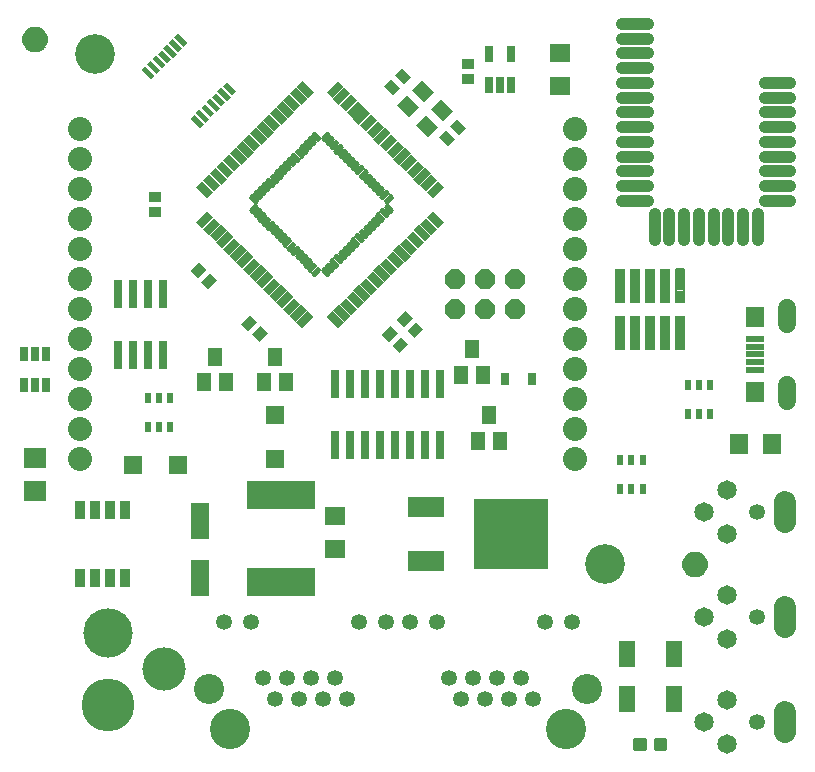
<source format=gts>
G75*
%MOIN*%
%OFA0B0*%
%FSLAX24Y24*%
%IPPOS*%
%LPD*%
%AMOC8*
5,1,8,0,0,1.08239X$1,22.5*
%
%ADD10C,0.1320*%
%ADD11R,0.0454X0.0611*%
%ADD12OC8,0.0660*%
%ADD13C,0.0532*%
%ADD14C,0.1340*%
%ADD15C,0.1005*%
%ADD16C,0.1760*%
%ADD17C,0.1444*%
%ADD18C,0.1641*%
%ADD19C,0.0720*%
%ADD20C,0.0651*%
%ADD21R,0.0355X0.0611*%
%ADD22R,0.1241X0.0690*%
%ADD23R,0.2501X0.2343*%
%ADD24R,0.0690X0.0611*%
%ADD25R,0.0296X0.0926*%
%ADD26R,0.0414X0.0336*%
%ADD27R,0.0611X0.1241*%
%ADD28R,0.0336X0.0414*%
%ADD29R,0.0280X0.0530*%
%ADD30R,0.0530X0.0280*%
%ADD31R,0.0572X0.0473*%
%ADD32R,0.0591X0.0217*%
%ADD33R,0.0611X0.0690*%
%ADD34C,0.0591*%
%ADD35R,0.0611X0.0611*%
%ADD36R,0.2260X0.0960*%
%ADD37R,0.0180X0.0450*%
%ADD38C,0.0395*%
%ADD39R,0.0277X0.0532*%
%ADD40C,0.0070*%
%ADD41R,0.0351X0.1162*%
%ADD42C,0.0136*%
%ADD43C,0.0800*%
%ADD44R,0.0237X0.0336*%
%ADD45R,0.0296X0.0493*%
%ADD46R,0.0770X0.0690*%
%ADD47C,0.0089*%
%ADD48R,0.0308X0.0387*%
%ADD49C,0.0050*%
%ADD50R,0.0560X0.0887*%
D10*
X020160Y007825D03*
X003160Y024825D03*
D11*
X007160Y014758D03*
X006786Y013892D03*
X007534Y013892D03*
X008786Y013892D03*
X009534Y013892D03*
X009160Y014758D03*
X015348Y014142D03*
X016097Y014142D03*
X015723Y015008D03*
X016285Y012821D03*
X015911Y011954D03*
X016659Y011954D03*
D12*
X016160Y016325D03*
X015160Y016325D03*
X015160Y017325D03*
X016160Y017325D03*
X017160Y017325D03*
X017160Y016325D03*
D13*
X025215Y009575D03*
X025215Y006075D03*
X025215Y002575D03*
X019062Y005923D03*
X018160Y005923D03*
X017357Y004026D03*
X016558Y004026D03*
X015758Y004026D03*
X014959Y004026D03*
X015361Y003325D03*
X016160Y003325D03*
X016959Y003325D03*
X017758Y003325D03*
X014562Y005923D03*
X013660Y005923D03*
X012861Y005923D03*
X011959Y005923D03*
X011156Y004026D03*
X010357Y004026D03*
X009558Y004026D03*
X008758Y004026D03*
X009160Y003325D03*
X009959Y003325D03*
X010758Y003325D03*
X011558Y003325D03*
X008361Y005923D03*
X007459Y005923D03*
D14*
X007660Y002325D03*
X018861Y002325D03*
D15*
X019560Y003675D03*
X006961Y003675D03*
D16*
X003598Y003157D03*
D17*
X005448Y004358D03*
D18*
X003598Y005539D03*
D19*
X026160Y005745D02*
X026160Y006405D01*
X026160Y009245D02*
X026160Y009905D01*
X026160Y002905D02*
X026160Y002245D01*
D20*
X024231Y001847D03*
X023443Y002575D03*
X024231Y003303D03*
X024231Y005347D03*
X023443Y006075D03*
X024231Y006803D03*
X024231Y008847D03*
X023443Y009575D03*
X024231Y010303D03*
D21*
X004160Y009654D03*
X003660Y009654D03*
X003160Y009654D03*
X002660Y009654D03*
X002660Y007371D03*
X003160Y007371D03*
X003660Y007371D03*
X004160Y007371D03*
D22*
X014182Y007925D03*
X014182Y009725D03*
D23*
X017008Y008825D03*
D24*
X011160Y008336D03*
X011160Y009439D03*
X018660Y023774D03*
X018660Y024876D03*
D25*
X014660Y013849D03*
X014160Y013849D03*
X013660Y013849D03*
X013160Y013849D03*
X012660Y013849D03*
X012160Y013849D03*
X011660Y013849D03*
X011160Y013849D03*
X011160Y011801D03*
X011660Y011801D03*
X012160Y011801D03*
X012660Y011801D03*
X013160Y011801D03*
X013660Y011801D03*
X014160Y011801D03*
X014660Y011801D03*
X005410Y014801D03*
X004910Y014801D03*
X004410Y014801D03*
X003910Y014801D03*
X003910Y016849D03*
X004410Y016849D03*
X004910Y016849D03*
X005410Y016849D03*
D26*
X005160Y019569D03*
X005160Y020081D03*
X015598Y024001D03*
X015598Y024513D03*
D27*
X006660Y009270D03*
X006660Y007380D03*
D28*
G36*
X013368Y015409D02*
X013606Y015171D01*
X013314Y014879D01*
X013076Y015117D01*
X013368Y015409D01*
G37*
G36*
X013006Y015771D02*
X013244Y015533D01*
X012952Y015241D01*
X012714Y015479D01*
X013006Y015771D01*
G37*
G36*
X013506Y016271D02*
X013744Y016033D01*
X013452Y015741D01*
X013214Y015979D01*
X013506Y016271D01*
G37*
G36*
X013868Y015909D02*
X014106Y015671D01*
X013814Y015379D01*
X013576Y015617D01*
X013868Y015909D01*
G37*
G36*
X008680Y015784D02*
X008918Y015546D01*
X008626Y015254D01*
X008388Y015492D01*
X008680Y015784D01*
G37*
G36*
X008319Y016146D02*
X008557Y015908D01*
X008265Y015616D01*
X008027Y015854D01*
X008319Y016146D01*
G37*
G36*
X006993Y017534D02*
X007231Y017296D01*
X006939Y017004D01*
X006701Y017242D01*
X006993Y017534D01*
G37*
G36*
X006631Y017896D02*
X006869Y017658D01*
X006577Y017366D01*
X006339Y017604D01*
X006631Y017896D01*
G37*
G36*
X013332Y023705D02*
X013094Y023467D01*
X012802Y023759D01*
X013040Y023997D01*
X013332Y023705D01*
G37*
G36*
X013694Y024067D02*
X013456Y023829D01*
X013164Y024121D01*
X013402Y024359D01*
X013694Y024067D01*
G37*
G36*
X014988Y022423D02*
X015226Y022661D01*
X015518Y022369D01*
X015280Y022131D01*
X014988Y022423D01*
G37*
G36*
X014626Y022061D02*
X014864Y022299D01*
X015156Y022007D01*
X014918Y021769D01*
X014626Y022061D01*
G37*
D29*
G36*
X013699Y021503D02*
X013897Y021305D01*
X013523Y020931D01*
X013325Y021129D01*
X013699Y021503D01*
G37*
G36*
X013476Y021726D02*
X013674Y021528D01*
X013300Y021154D01*
X013102Y021352D01*
X013476Y021726D01*
G37*
G36*
X013253Y021948D02*
X013451Y021750D01*
X013077Y021376D01*
X012879Y021574D01*
X013253Y021948D01*
G37*
G36*
X013031Y022171D02*
X013229Y021973D01*
X012855Y021599D01*
X012657Y021797D01*
X013031Y022171D01*
G37*
G36*
X012808Y022394D02*
X013006Y022196D01*
X012632Y021822D01*
X012434Y022020D01*
X012808Y022394D01*
G37*
G36*
X012585Y022616D02*
X012783Y022418D01*
X012409Y022044D01*
X012211Y022242D01*
X012585Y022616D01*
G37*
G36*
X012363Y022839D02*
X012561Y022641D01*
X012187Y022267D01*
X011989Y022465D01*
X012363Y022839D01*
G37*
G36*
X012140Y023062D02*
X012338Y022864D01*
X011964Y022490D01*
X011766Y022688D01*
X012140Y023062D01*
G37*
G36*
X011917Y023285D02*
X012115Y023087D01*
X011741Y022713D01*
X011543Y022911D01*
X011917Y023285D01*
G37*
G36*
X011695Y023507D02*
X011893Y023309D01*
X011519Y022935D01*
X011321Y023133D01*
X011695Y023507D01*
G37*
G36*
X011472Y023730D02*
X011670Y023532D01*
X011296Y023158D01*
X011098Y023356D01*
X011472Y023730D01*
G37*
G36*
X011249Y023953D02*
X011447Y023755D01*
X011073Y023381D01*
X010875Y023579D01*
X011249Y023953D01*
G37*
G36*
X013922Y021280D02*
X014120Y021082D01*
X013746Y020708D01*
X013548Y020906D01*
X013922Y021280D01*
G37*
G36*
X014144Y021058D02*
X014342Y020860D01*
X013968Y020486D01*
X013770Y020684D01*
X014144Y021058D01*
G37*
G36*
X014367Y020835D02*
X014565Y020637D01*
X014191Y020263D01*
X013993Y020461D01*
X014367Y020835D01*
G37*
G36*
X014590Y020612D02*
X014788Y020414D01*
X014414Y020040D01*
X014216Y020238D01*
X014590Y020612D01*
G37*
G36*
X010247Y016269D02*
X010445Y016071D01*
X010071Y015697D01*
X009873Y015895D01*
X010247Y016269D01*
G37*
G36*
X010024Y016492D02*
X010222Y016294D01*
X009848Y015920D01*
X009650Y016118D01*
X010024Y016492D01*
G37*
G36*
X009801Y016715D02*
X009999Y016517D01*
X009625Y016143D01*
X009427Y016341D01*
X009801Y016715D01*
G37*
G36*
X009579Y016937D02*
X009777Y016739D01*
X009403Y016365D01*
X009205Y016563D01*
X009579Y016937D01*
G37*
G36*
X009356Y017160D02*
X009554Y016962D01*
X009180Y016588D01*
X008982Y016786D01*
X009356Y017160D01*
G37*
G36*
X009133Y017383D02*
X009331Y017185D01*
X008957Y016811D01*
X008759Y017009D01*
X009133Y017383D01*
G37*
G36*
X008911Y017606D02*
X009109Y017408D01*
X008735Y017034D01*
X008537Y017232D01*
X008911Y017606D01*
G37*
G36*
X008688Y017828D02*
X008886Y017630D01*
X008512Y017256D01*
X008314Y017454D01*
X008688Y017828D01*
G37*
G36*
X008465Y018051D02*
X008663Y017853D01*
X008289Y017479D01*
X008091Y017677D01*
X008465Y018051D01*
G37*
G36*
X008243Y018274D02*
X008441Y018076D01*
X008067Y017702D01*
X007869Y017900D01*
X008243Y018274D01*
G37*
G36*
X008020Y018496D02*
X008218Y018298D01*
X007844Y017924D01*
X007646Y018122D01*
X008020Y018496D01*
G37*
G36*
X007797Y018719D02*
X007995Y018521D01*
X007621Y018147D01*
X007423Y018345D01*
X007797Y018719D01*
G37*
G36*
X007574Y018942D02*
X007772Y018744D01*
X007398Y018370D01*
X007200Y018568D01*
X007574Y018942D01*
G37*
G36*
X007352Y019164D02*
X007550Y018966D01*
X007176Y018592D01*
X006978Y018790D01*
X007352Y019164D01*
G37*
G36*
X007129Y019387D02*
X007327Y019189D01*
X006953Y018815D01*
X006755Y019013D01*
X007129Y019387D01*
G37*
G36*
X006906Y019610D02*
X007104Y019412D01*
X006730Y019038D01*
X006532Y019236D01*
X006906Y019610D01*
G37*
D30*
G36*
X006730Y020612D02*
X007104Y020238D01*
X006906Y020040D01*
X006532Y020414D01*
X006730Y020612D01*
G37*
G36*
X006953Y020835D02*
X007327Y020461D01*
X007129Y020263D01*
X006755Y020637D01*
X006953Y020835D01*
G37*
G36*
X007176Y021058D02*
X007550Y020684D01*
X007352Y020486D01*
X006978Y020860D01*
X007176Y021058D01*
G37*
G36*
X007398Y021280D02*
X007772Y020906D01*
X007574Y020708D01*
X007200Y021082D01*
X007398Y021280D01*
G37*
G36*
X007621Y021503D02*
X007995Y021129D01*
X007797Y020931D01*
X007423Y021305D01*
X007621Y021503D01*
G37*
G36*
X007844Y021726D02*
X008218Y021352D01*
X008020Y021154D01*
X007646Y021528D01*
X007844Y021726D01*
G37*
G36*
X008067Y021948D02*
X008441Y021574D01*
X008243Y021376D01*
X007869Y021750D01*
X008067Y021948D01*
G37*
G36*
X008289Y022171D02*
X008663Y021797D01*
X008465Y021599D01*
X008091Y021973D01*
X008289Y022171D01*
G37*
G36*
X008512Y022394D02*
X008886Y022020D01*
X008688Y021822D01*
X008314Y022196D01*
X008512Y022394D01*
G37*
G36*
X008735Y022616D02*
X009109Y022242D01*
X008911Y022044D01*
X008537Y022418D01*
X008735Y022616D01*
G37*
G36*
X008957Y022839D02*
X009331Y022465D01*
X009133Y022267D01*
X008759Y022641D01*
X008957Y022839D01*
G37*
G36*
X009180Y023062D02*
X009554Y022688D01*
X009356Y022490D01*
X008982Y022864D01*
X009180Y023062D01*
G37*
G36*
X009403Y023285D02*
X009777Y022911D01*
X009579Y022713D01*
X009205Y023087D01*
X009403Y023285D01*
G37*
G36*
X009625Y023507D02*
X009999Y023133D01*
X009801Y022935D01*
X009427Y023309D01*
X009625Y023507D01*
G37*
G36*
X009848Y023730D02*
X010222Y023356D01*
X010024Y023158D01*
X009650Y023532D01*
X009848Y023730D01*
G37*
G36*
X010071Y023953D02*
X010445Y023579D01*
X010247Y023381D01*
X009873Y023755D01*
X010071Y023953D01*
G37*
G36*
X014414Y019610D02*
X014788Y019236D01*
X014590Y019038D01*
X014216Y019412D01*
X014414Y019610D01*
G37*
G36*
X014191Y019387D02*
X014565Y019013D01*
X014367Y018815D01*
X013993Y019189D01*
X014191Y019387D01*
G37*
G36*
X013968Y019164D02*
X014342Y018790D01*
X014144Y018592D01*
X013770Y018966D01*
X013968Y019164D01*
G37*
G36*
X013746Y018942D02*
X014120Y018568D01*
X013922Y018370D01*
X013548Y018744D01*
X013746Y018942D01*
G37*
G36*
X013523Y018719D02*
X013897Y018345D01*
X013699Y018147D01*
X013325Y018521D01*
X013523Y018719D01*
G37*
G36*
X013300Y018496D02*
X013674Y018122D01*
X013476Y017924D01*
X013102Y018298D01*
X013300Y018496D01*
G37*
G36*
X013077Y018274D02*
X013451Y017900D01*
X013253Y017702D01*
X012879Y018076D01*
X013077Y018274D01*
G37*
G36*
X012855Y018051D02*
X013229Y017677D01*
X013031Y017479D01*
X012657Y017853D01*
X012855Y018051D01*
G37*
G36*
X012632Y017828D02*
X013006Y017454D01*
X012808Y017256D01*
X012434Y017630D01*
X012632Y017828D01*
G37*
G36*
X012409Y017606D02*
X012783Y017232D01*
X012585Y017034D01*
X012211Y017408D01*
X012409Y017606D01*
G37*
G36*
X012187Y017383D02*
X012561Y017009D01*
X012363Y016811D01*
X011989Y017185D01*
X012187Y017383D01*
G37*
G36*
X011964Y017160D02*
X012338Y016786D01*
X012140Y016588D01*
X011766Y016962D01*
X011964Y017160D01*
G37*
G36*
X011741Y016937D02*
X012115Y016563D01*
X011917Y016365D01*
X011543Y016739D01*
X011741Y016937D01*
G37*
G36*
X011519Y016715D02*
X011893Y016341D01*
X011695Y016143D01*
X011321Y016517D01*
X011519Y016715D01*
G37*
G36*
X011296Y016492D02*
X011670Y016118D01*
X011472Y015920D01*
X011098Y016294D01*
X011296Y016492D01*
G37*
G36*
X011073Y016269D02*
X011447Y015895D01*
X011249Y015697D01*
X010875Y016071D01*
X011073Y016269D01*
G37*
D31*
G36*
X014188Y022823D02*
X014592Y022419D01*
X014258Y022085D01*
X013854Y022489D01*
X014188Y022823D01*
G37*
G36*
X014703Y023338D02*
X015107Y022934D01*
X014773Y022600D01*
X014369Y023004D01*
X014703Y023338D01*
G37*
G36*
X014062Y023979D02*
X014466Y023575D01*
X014132Y023241D01*
X013728Y023645D01*
X014062Y023979D01*
G37*
G36*
X013547Y023464D02*
X013951Y023060D01*
X013617Y022726D01*
X013213Y023130D01*
X013547Y023464D01*
G37*
D32*
X025160Y015337D03*
X025160Y015081D03*
X025160Y014825D03*
X025160Y014569D03*
X025160Y014313D03*
D33*
X025160Y013565D03*
X024609Y011825D03*
X025711Y011825D03*
X025160Y016085D03*
D34*
X026213Y015858D02*
X026213Y016390D01*
X026213Y013792D02*
X026213Y013260D01*
D35*
X009160Y012823D03*
X009160Y011327D03*
X005908Y011138D03*
X004412Y011138D03*
D36*
X009348Y010150D03*
X009348Y007250D03*
D37*
G36*
X006332Y022690D02*
X006459Y022817D01*
X006776Y022500D01*
X006649Y022373D01*
X006332Y022690D01*
G37*
G36*
X006513Y022871D02*
X006640Y022998D01*
X006957Y022681D01*
X006830Y022554D01*
X006513Y022871D01*
G37*
G36*
X006694Y023052D02*
X006821Y023179D01*
X007138Y022862D01*
X007011Y022735D01*
X006694Y023052D01*
G37*
G36*
X006875Y023233D02*
X007002Y023360D01*
X007319Y023043D01*
X007192Y022916D01*
X006875Y023233D01*
G37*
G36*
X007056Y023414D02*
X007183Y023541D01*
X007500Y023224D01*
X007373Y023097D01*
X007056Y023414D01*
G37*
G36*
X007237Y023595D02*
X007364Y023722D01*
X007681Y023405D01*
X007554Y023278D01*
X007237Y023595D01*
G37*
G36*
X007418Y023776D02*
X007545Y023903D01*
X007862Y023586D01*
X007735Y023459D01*
X007418Y023776D01*
G37*
G36*
X005794Y025400D02*
X005921Y025527D01*
X006238Y025210D01*
X006111Y025083D01*
X005794Y025400D01*
G37*
G36*
X005613Y025219D02*
X005740Y025346D01*
X006057Y025029D01*
X005930Y024902D01*
X005613Y025219D01*
G37*
G36*
X005432Y025038D02*
X005559Y025165D01*
X005876Y024848D01*
X005749Y024721D01*
X005432Y025038D01*
G37*
G36*
X005251Y024857D02*
X005378Y024984D01*
X005695Y024667D01*
X005568Y024540D01*
X005251Y024857D01*
G37*
G36*
X005070Y024676D02*
X005197Y024803D01*
X005514Y024486D01*
X005387Y024359D01*
X005070Y024676D01*
G37*
G36*
X004889Y024495D02*
X005016Y024622D01*
X005333Y024305D01*
X005206Y024178D01*
X004889Y024495D01*
G37*
G36*
X004708Y024314D02*
X004835Y024441D01*
X005152Y024124D01*
X005025Y023997D01*
X004708Y024314D01*
G37*
D38*
X020740Y024370D02*
X021586Y024370D01*
X020740Y024370D02*
X020740Y024370D01*
X021586Y024370D01*
X021586Y024370D01*
X021586Y024862D02*
X020740Y024862D01*
X020740Y024862D01*
X021586Y024862D01*
X021586Y024862D01*
X021586Y025354D02*
X020740Y025354D01*
X020740Y025354D01*
X021586Y025354D01*
X021586Y025354D01*
X021586Y025846D02*
X020740Y025846D01*
X020740Y025846D01*
X021586Y025846D01*
X021586Y025846D01*
X021586Y023878D02*
X020740Y023878D01*
X020740Y023878D01*
X021586Y023878D01*
X021586Y023878D01*
X021586Y023386D02*
X020740Y023386D01*
X020740Y023386D01*
X021586Y023386D01*
X021586Y023386D01*
X021586Y022893D02*
X020740Y022893D01*
X020740Y022893D01*
X021586Y022893D01*
X021586Y022893D01*
X021586Y022401D02*
X020740Y022401D01*
X020740Y022401D01*
X021586Y022401D01*
X021586Y022401D01*
X021586Y021909D02*
X020740Y021909D01*
X020740Y021909D01*
X021586Y021909D01*
X021586Y021909D01*
X021586Y021417D02*
X020740Y021417D01*
X020740Y021417D01*
X021586Y021417D01*
X021586Y021417D01*
X021586Y020925D02*
X020740Y020925D01*
X020740Y020925D01*
X021586Y020925D01*
X021586Y020925D01*
X021586Y020433D02*
X020740Y020433D01*
X020740Y020433D01*
X021586Y020433D01*
X021586Y020433D01*
X021586Y019941D02*
X020740Y019941D01*
X020740Y019941D01*
X021586Y019941D01*
X021586Y019941D01*
X021813Y019498D02*
X021813Y018652D01*
X021813Y018652D01*
X021813Y019498D01*
X021813Y019498D01*
X021813Y019046D02*
X021813Y019046D01*
X021813Y019440D02*
X021813Y019440D01*
X022305Y019498D02*
X022305Y018652D01*
X022305Y018652D01*
X022305Y019498D01*
X022305Y019498D01*
X022305Y019046D02*
X022305Y019046D01*
X022305Y019440D02*
X022305Y019440D01*
X022797Y019498D02*
X022797Y018652D01*
X022797Y018652D01*
X022797Y019498D01*
X022797Y019498D01*
X022797Y019046D02*
X022797Y019046D01*
X022797Y019440D02*
X022797Y019440D01*
X023289Y019498D02*
X023289Y018652D01*
X023289Y018652D01*
X023289Y019498D01*
X023289Y019498D01*
X023289Y019046D02*
X023289Y019046D01*
X023289Y019440D02*
X023289Y019440D01*
X023781Y019498D02*
X023781Y018652D01*
X023781Y018652D01*
X023781Y019498D01*
X023781Y019498D01*
X023781Y019046D02*
X023781Y019046D01*
X023781Y019440D02*
X023781Y019440D01*
X024273Y019498D02*
X024273Y018652D01*
X024273Y018652D01*
X024273Y019498D01*
X024273Y019498D01*
X024273Y019046D02*
X024273Y019046D01*
X024273Y019440D02*
X024273Y019440D01*
X024765Y019498D02*
X024765Y018652D01*
X024765Y018652D01*
X024765Y019498D01*
X024765Y019498D01*
X024765Y019046D02*
X024765Y019046D01*
X024765Y019440D02*
X024765Y019440D01*
X025257Y019498D02*
X025257Y018652D01*
X025257Y018652D01*
X025257Y019498D01*
X025257Y019498D01*
X025257Y019046D02*
X025257Y019046D01*
X025257Y019440D02*
X025257Y019440D01*
X025484Y019941D02*
X026330Y019941D01*
X026330Y019941D01*
X025484Y019941D01*
X025484Y019941D01*
X025484Y020433D02*
X026330Y020433D01*
X026330Y020433D01*
X025484Y020433D01*
X025484Y020433D01*
X025484Y020925D02*
X026330Y020925D01*
X026330Y020925D01*
X025484Y020925D01*
X025484Y020925D01*
X025484Y021417D02*
X026330Y021417D01*
X026330Y021417D01*
X025484Y021417D01*
X025484Y021417D01*
X025484Y021909D02*
X026330Y021909D01*
X026330Y021909D01*
X025484Y021909D01*
X025484Y021909D01*
X025484Y022401D02*
X026330Y022401D01*
X026330Y022401D01*
X025484Y022401D01*
X025484Y022401D01*
X025484Y022893D02*
X026330Y022893D01*
X026330Y022893D01*
X025484Y022893D01*
X025484Y022893D01*
X025484Y023386D02*
X026330Y023386D01*
X026330Y023386D01*
X025484Y023386D01*
X025484Y023386D01*
X025484Y023878D02*
X026330Y023878D01*
X026330Y023878D01*
X025484Y023878D01*
X025484Y023878D01*
D39*
X017034Y023813D03*
X016660Y023813D03*
X016286Y023813D03*
X016286Y024837D03*
X017034Y024837D03*
D40*
X022520Y017670D02*
X022520Y016578D01*
X022520Y017670D02*
X022800Y017670D01*
X022800Y016578D01*
X022520Y016578D01*
X022520Y016647D02*
X022800Y016647D01*
X022800Y016716D02*
X022520Y016716D01*
X022520Y016785D02*
X022800Y016785D01*
X022800Y016854D02*
X022520Y016854D01*
X022520Y016923D02*
X022800Y016923D01*
X022800Y016992D02*
X022520Y016992D01*
X022520Y017061D02*
X022800Y017061D01*
X022800Y017130D02*
X022520Y017130D01*
X022520Y017199D02*
X022800Y017199D01*
X022800Y017268D02*
X022520Y017268D01*
X022520Y017337D02*
X022800Y017337D01*
X022800Y017406D02*
X022520Y017406D01*
X022520Y017475D02*
X022800Y017475D01*
X022800Y017544D02*
X022520Y017544D01*
X022520Y017613D02*
X022800Y017613D01*
D41*
X022160Y017124D03*
X021660Y017124D03*
X021160Y017124D03*
X020660Y017124D03*
X020660Y015526D03*
X021160Y015526D03*
X021660Y015526D03*
X022160Y015526D03*
X022660Y015526D03*
D42*
X021846Y001984D02*
X021846Y001666D01*
X021846Y001984D02*
X022164Y001984D01*
X022164Y001666D01*
X021846Y001666D01*
X021846Y001801D02*
X022164Y001801D01*
X022164Y001936D02*
X021846Y001936D01*
X021156Y001984D02*
X021156Y001666D01*
X021156Y001984D02*
X021474Y001984D01*
X021474Y001666D01*
X021156Y001666D01*
X021156Y001801D02*
X021474Y001801D01*
X021474Y001936D02*
X021156Y001936D01*
D43*
X019160Y011325D03*
X019160Y012325D03*
X019160Y013325D03*
X019160Y014325D03*
X019160Y015325D03*
X019160Y016325D03*
X019160Y017325D03*
X019160Y018325D03*
X019160Y019325D03*
X019160Y020325D03*
X019160Y021325D03*
X019160Y022325D03*
X002660Y022325D03*
X002660Y021325D03*
X002660Y020325D03*
X002660Y019325D03*
X002660Y018325D03*
X002660Y017325D03*
X002660Y016325D03*
X002660Y015325D03*
X002660Y014325D03*
X002660Y013325D03*
X002660Y012325D03*
X002660Y011325D03*
D44*
X004911Y012415D03*
X005285Y012415D03*
X005659Y012415D03*
X005659Y013360D03*
X005285Y013360D03*
X004911Y013360D03*
X020661Y011297D03*
X021035Y011297D03*
X021409Y011297D03*
X021409Y010353D03*
X021035Y010353D03*
X020661Y010353D03*
X022911Y012853D03*
X023285Y012853D03*
X023659Y012853D03*
X023659Y013797D03*
X023285Y013797D03*
X022911Y013797D03*
D45*
X001534Y013794D03*
X001160Y013794D03*
X000786Y013794D03*
X000786Y014856D03*
X001160Y014856D03*
X001534Y014856D03*
D46*
X001160Y011385D03*
X001160Y010265D03*
D47*
X009741Y018553D02*
X009805Y018489D01*
X009631Y018315D01*
X009567Y018379D01*
X009741Y018553D01*
X009719Y018403D02*
X009591Y018403D01*
X009679Y018491D02*
X009803Y018491D01*
X009880Y018413D02*
X009944Y018349D01*
X009770Y018175D01*
X009706Y018239D01*
X009880Y018413D01*
X009858Y018263D02*
X009730Y018263D01*
X009818Y018351D02*
X009942Y018351D01*
X010020Y018274D02*
X010084Y018210D01*
X009910Y018036D01*
X009846Y018100D01*
X010020Y018274D01*
X009998Y018124D02*
X009870Y018124D01*
X009958Y018212D02*
X010082Y018212D01*
X010159Y018135D02*
X010223Y018071D01*
X010049Y017897D01*
X009985Y017961D01*
X010159Y018135D01*
X010137Y017985D02*
X010009Y017985D01*
X010097Y018073D02*
X010221Y018073D01*
X010298Y017996D02*
X010362Y017932D01*
X010188Y017758D01*
X010124Y017822D01*
X010298Y017996D01*
X010276Y017846D02*
X010148Y017846D01*
X010236Y017934D02*
X010360Y017934D01*
X010437Y017857D02*
X010501Y017793D01*
X010327Y017619D01*
X010263Y017683D01*
X010437Y017857D01*
X010415Y017707D02*
X010287Y017707D01*
X010375Y017795D02*
X010499Y017795D01*
X010576Y017717D02*
X010640Y017653D01*
X010466Y017479D01*
X010402Y017543D01*
X010576Y017717D01*
X010554Y017567D02*
X010426Y017567D01*
X010514Y017655D02*
X010638Y017655D01*
X010787Y017717D02*
X010961Y017543D01*
X010897Y017479D01*
X010723Y017653D01*
X010787Y017717D01*
X010809Y017567D02*
X010937Y017567D01*
X010849Y017655D02*
X010725Y017655D01*
X010926Y017857D02*
X011100Y017683D01*
X011036Y017619D01*
X010862Y017793D01*
X010926Y017857D01*
X010948Y017707D02*
X011076Y017707D01*
X010988Y017795D02*
X010864Y017795D01*
X011065Y017996D02*
X011239Y017822D01*
X011175Y017758D01*
X011001Y017932D01*
X011065Y017996D01*
X011087Y017846D02*
X011215Y017846D01*
X011127Y017934D02*
X011003Y017934D01*
X011204Y018135D02*
X011378Y017961D01*
X011314Y017897D01*
X011140Y018071D01*
X011204Y018135D01*
X011226Y017985D02*
X011354Y017985D01*
X011266Y018073D02*
X011142Y018073D01*
X011343Y018274D02*
X011517Y018100D01*
X011453Y018036D01*
X011279Y018210D01*
X011343Y018274D01*
X011365Y018124D02*
X011493Y018124D01*
X011405Y018212D02*
X011281Y018212D01*
X011482Y018413D02*
X011656Y018239D01*
X011592Y018175D01*
X011418Y018349D01*
X011482Y018413D01*
X011504Y018263D02*
X011632Y018263D01*
X011544Y018351D02*
X011420Y018351D01*
X011622Y018553D02*
X011796Y018379D01*
X011732Y018315D01*
X011558Y018489D01*
X011622Y018553D01*
X011644Y018403D02*
X011772Y018403D01*
X011684Y018491D02*
X011560Y018491D01*
X011761Y018692D02*
X011935Y018518D01*
X011871Y018454D01*
X011697Y018628D01*
X011761Y018692D01*
X011783Y018542D02*
X011911Y018542D01*
X011823Y018630D02*
X011699Y018630D01*
X011900Y018831D02*
X012074Y018657D01*
X012010Y018593D01*
X011836Y018767D01*
X011900Y018831D01*
X011922Y018681D02*
X012050Y018681D01*
X011962Y018769D02*
X011838Y018769D01*
X012039Y018970D02*
X012213Y018796D01*
X012149Y018732D01*
X011975Y018906D01*
X012039Y018970D01*
X012061Y018820D02*
X012189Y018820D01*
X012101Y018908D02*
X011977Y018908D01*
X012178Y019109D02*
X012352Y018935D01*
X012288Y018871D01*
X012114Y019045D01*
X012178Y019109D01*
X012200Y018959D02*
X012328Y018959D01*
X012240Y019047D02*
X012116Y019047D01*
X012318Y019249D02*
X012492Y019075D01*
X012428Y019011D01*
X012254Y019185D01*
X012318Y019249D01*
X012340Y019099D02*
X012468Y019099D01*
X012380Y019187D02*
X012256Y019187D01*
X012457Y019388D02*
X012631Y019214D01*
X012567Y019150D01*
X012393Y019324D01*
X012457Y019388D01*
X012479Y019238D02*
X012607Y019238D01*
X012519Y019326D02*
X012395Y019326D01*
X012596Y019527D02*
X012770Y019353D01*
X012706Y019289D01*
X012532Y019463D01*
X012596Y019527D01*
X012618Y019377D02*
X012746Y019377D01*
X012658Y019465D02*
X012534Y019465D01*
X012735Y019666D02*
X012909Y019492D01*
X012845Y019428D01*
X012671Y019602D01*
X012735Y019666D01*
X012757Y019516D02*
X012885Y019516D01*
X012797Y019604D02*
X012673Y019604D01*
X012874Y019805D02*
X013048Y019631D01*
X012984Y019567D01*
X012810Y019741D01*
X012874Y019805D01*
X012896Y019655D02*
X013024Y019655D01*
X012936Y019743D02*
X012812Y019743D01*
X013048Y020062D02*
X012984Y020126D01*
X013048Y020062D02*
X012874Y019888D01*
X012810Y019952D01*
X012984Y020126D01*
X012962Y019976D02*
X012834Y019976D01*
X012922Y020064D02*
X013046Y020064D01*
X012909Y020201D02*
X012845Y020265D01*
X012909Y020201D02*
X012735Y020027D01*
X012671Y020091D01*
X012845Y020265D01*
X012823Y020115D02*
X012695Y020115D01*
X012783Y020203D02*
X012907Y020203D01*
X012770Y020340D02*
X012706Y020404D01*
X012770Y020340D02*
X012596Y020166D01*
X012532Y020230D01*
X012706Y020404D01*
X012684Y020254D02*
X012556Y020254D01*
X012644Y020342D02*
X012768Y020342D01*
X012631Y020479D02*
X012567Y020543D01*
X012631Y020479D02*
X012457Y020305D01*
X012393Y020369D01*
X012567Y020543D01*
X012545Y020393D02*
X012417Y020393D01*
X012505Y020481D02*
X012629Y020481D01*
X012492Y020618D02*
X012428Y020682D01*
X012492Y020618D02*
X012318Y020444D01*
X012254Y020508D01*
X012428Y020682D01*
X012406Y020532D02*
X012278Y020532D01*
X012366Y020620D02*
X012490Y020620D01*
X012352Y020757D02*
X012288Y020821D01*
X012352Y020757D02*
X012178Y020583D01*
X012114Y020647D01*
X012288Y020821D01*
X012266Y020671D02*
X012138Y020671D01*
X012226Y020759D02*
X012350Y020759D01*
X012213Y020897D02*
X012149Y020961D01*
X012213Y020897D02*
X012039Y020723D01*
X011975Y020787D01*
X012149Y020961D01*
X012127Y020811D02*
X011999Y020811D01*
X012087Y020899D02*
X012211Y020899D01*
X012074Y021036D02*
X012010Y021100D01*
X012074Y021036D02*
X011900Y020862D01*
X011836Y020926D01*
X012010Y021100D01*
X011988Y020950D02*
X011860Y020950D01*
X011948Y021038D02*
X012072Y021038D01*
X011935Y021175D02*
X011871Y021239D01*
X011935Y021175D02*
X011761Y021001D01*
X011697Y021065D01*
X011871Y021239D01*
X011849Y021089D02*
X011721Y021089D01*
X011809Y021177D02*
X011933Y021177D01*
X011796Y021314D02*
X011732Y021378D01*
X011796Y021314D02*
X011622Y021140D01*
X011558Y021204D01*
X011732Y021378D01*
X011710Y021228D02*
X011582Y021228D01*
X011670Y021316D02*
X011794Y021316D01*
X011656Y021453D02*
X011592Y021517D01*
X011656Y021453D02*
X011482Y021279D01*
X011418Y021343D01*
X011592Y021517D01*
X011570Y021367D02*
X011442Y021367D01*
X011530Y021455D02*
X011654Y021455D01*
X011517Y021593D02*
X011453Y021657D01*
X011517Y021593D02*
X011343Y021419D01*
X011279Y021483D01*
X011453Y021657D01*
X011431Y021507D02*
X011303Y021507D01*
X011391Y021595D02*
X011515Y021595D01*
X011378Y021732D02*
X011314Y021796D01*
X011378Y021732D02*
X011204Y021558D01*
X011140Y021622D01*
X011314Y021796D01*
X011292Y021646D02*
X011164Y021646D01*
X011252Y021734D02*
X011376Y021734D01*
X011239Y021871D02*
X011175Y021935D01*
X011239Y021871D02*
X011065Y021697D01*
X011001Y021761D01*
X011175Y021935D01*
X011153Y021785D02*
X011025Y021785D01*
X011113Y021873D02*
X011237Y021873D01*
X011100Y022010D02*
X011036Y022074D01*
X011100Y022010D02*
X010926Y021836D01*
X010862Y021900D01*
X011036Y022074D01*
X011014Y021924D02*
X010886Y021924D01*
X010974Y022012D02*
X011098Y022012D01*
X010961Y022149D02*
X010897Y022213D01*
X010961Y022149D02*
X010787Y021975D01*
X010723Y022039D01*
X010897Y022213D01*
X010875Y022063D02*
X010747Y022063D01*
X010835Y022151D02*
X010959Y022151D01*
X010640Y022039D02*
X010466Y022213D01*
X010640Y022039D02*
X010576Y021975D01*
X010402Y022149D01*
X010466Y022213D01*
X010488Y022063D02*
X010616Y022063D01*
X010528Y022151D02*
X010404Y022151D01*
X010327Y022074D02*
X010501Y021900D01*
X010437Y021836D01*
X010263Y022010D01*
X010327Y022074D01*
X010349Y021924D02*
X010477Y021924D01*
X010389Y022012D02*
X010265Y022012D01*
X010188Y021935D02*
X010362Y021761D01*
X010298Y021697D01*
X010124Y021871D01*
X010188Y021935D01*
X010210Y021785D02*
X010338Y021785D01*
X010250Y021873D02*
X010126Y021873D01*
X010049Y021796D02*
X010223Y021622D01*
X010159Y021558D01*
X009985Y021732D01*
X010049Y021796D01*
X010071Y021646D02*
X010199Y021646D01*
X010111Y021734D02*
X009987Y021734D01*
X009910Y021657D02*
X010084Y021483D01*
X010020Y021419D01*
X009846Y021593D01*
X009910Y021657D01*
X009932Y021507D02*
X010060Y021507D01*
X009972Y021595D02*
X009848Y021595D01*
X009770Y021517D02*
X009944Y021343D01*
X009880Y021279D01*
X009706Y021453D01*
X009770Y021517D01*
X009792Y021367D02*
X009920Y021367D01*
X009832Y021455D02*
X009708Y021455D01*
X009631Y021378D02*
X009805Y021204D01*
X009741Y021140D01*
X009567Y021314D01*
X009631Y021378D01*
X009653Y021228D02*
X009781Y021228D01*
X009693Y021316D02*
X009569Y021316D01*
X009492Y021239D02*
X009666Y021065D01*
X009602Y021001D01*
X009428Y021175D01*
X009492Y021239D01*
X009514Y021089D02*
X009642Y021089D01*
X009554Y021177D02*
X009430Y021177D01*
X009353Y021100D02*
X009527Y020926D01*
X009463Y020862D01*
X009289Y021036D01*
X009353Y021100D01*
X009375Y020950D02*
X009503Y020950D01*
X009415Y021038D02*
X009291Y021038D01*
X009214Y020961D02*
X009388Y020787D01*
X009324Y020723D01*
X009150Y020897D01*
X009214Y020961D01*
X009236Y020811D02*
X009364Y020811D01*
X009276Y020899D02*
X009152Y020899D01*
X009074Y020821D02*
X009248Y020647D01*
X009184Y020583D01*
X009010Y020757D01*
X009074Y020821D01*
X009096Y020671D02*
X009224Y020671D01*
X009136Y020759D02*
X009012Y020759D01*
X008935Y020682D02*
X009109Y020508D01*
X009045Y020444D01*
X008871Y020618D01*
X008935Y020682D01*
X008957Y020532D02*
X009085Y020532D01*
X008997Y020620D02*
X008873Y020620D01*
X008796Y020543D02*
X008970Y020369D01*
X008906Y020305D01*
X008732Y020479D01*
X008796Y020543D01*
X008818Y020393D02*
X008946Y020393D01*
X008858Y020481D02*
X008734Y020481D01*
X008657Y020404D02*
X008831Y020230D01*
X008767Y020166D01*
X008593Y020340D01*
X008657Y020404D01*
X008679Y020254D02*
X008807Y020254D01*
X008719Y020342D02*
X008595Y020342D01*
X008518Y020265D02*
X008692Y020091D01*
X008628Y020027D01*
X008454Y020201D01*
X008518Y020265D01*
X008540Y020115D02*
X008668Y020115D01*
X008580Y020203D02*
X008456Y020203D01*
X008378Y020126D02*
X008552Y019952D01*
X008488Y019888D01*
X008314Y020062D01*
X008378Y020126D01*
X008400Y019976D02*
X008528Y019976D01*
X008440Y020064D02*
X008316Y020064D01*
X008488Y019805D02*
X008552Y019741D01*
X008378Y019567D01*
X008314Y019631D01*
X008488Y019805D01*
X008466Y019655D02*
X008338Y019655D01*
X008426Y019743D02*
X008550Y019743D01*
X008628Y019666D02*
X008692Y019602D01*
X008518Y019428D01*
X008454Y019492D01*
X008628Y019666D01*
X008606Y019516D02*
X008478Y019516D01*
X008566Y019604D02*
X008690Y019604D01*
X008767Y019527D02*
X008831Y019463D01*
X008657Y019289D01*
X008593Y019353D01*
X008767Y019527D01*
X008745Y019377D02*
X008617Y019377D01*
X008705Y019465D02*
X008829Y019465D01*
X008906Y019388D02*
X008970Y019324D01*
X008796Y019150D01*
X008732Y019214D01*
X008906Y019388D01*
X008884Y019238D02*
X008756Y019238D01*
X008844Y019326D02*
X008968Y019326D01*
X009045Y019249D02*
X009109Y019185D01*
X008935Y019011D01*
X008871Y019075D01*
X009045Y019249D01*
X009023Y019099D02*
X008895Y019099D01*
X008983Y019187D02*
X009107Y019187D01*
X009184Y019109D02*
X009248Y019045D01*
X009074Y018871D01*
X009010Y018935D01*
X009184Y019109D01*
X009162Y018959D02*
X009034Y018959D01*
X009122Y019047D02*
X009246Y019047D01*
X009324Y018970D02*
X009388Y018906D01*
X009214Y018732D01*
X009150Y018796D01*
X009324Y018970D01*
X009302Y018820D02*
X009174Y018820D01*
X009262Y018908D02*
X009386Y018908D01*
X009463Y018831D02*
X009527Y018767D01*
X009353Y018593D01*
X009289Y018657D01*
X009463Y018831D01*
X009441Y018681D02*
X009313Y018681D01*
X009401Y018769D02*
X009525Y018769D01*
X009602Y018692D02*
X009666Y018628D01*
X009492Y018454D01*
X009428Y018518D01*
X009602Y018692D01*
X009580Y018542D02*
X009452Y018542D01*
X009540Y018630D02*
X009664Y018630D01*
D48*
X016832Y014013D03*
X017738Y014013D03*
D49*
X022907Y008127D02*
X022858Y008078D01*
X022819Y008022D01*
X022790Y007960D01*
X022772Y007893D01*
X022766Y007825D01*
X022772Y007757D01*
X022790Y007690D01*
X022819Y007628D01*
X022858Y007572D01*
X022907Y007523D01*
X022963Y007484D01*
X023025Y007455D01*
X023092Y007437D01*
X023160Y007431D01*
X023228Y007437D01*
X023295Y007455D01*
X023357Y007484D01*
X023413Y007523D01*
X023462Y007572D01*
X023501Y007628D01*
X023530Y007690D01*
X023548Y007757D01*
X023554Y007825D01*
X023548Y007893D01*
X023530Y007960D01*
X023501Y008022D01*
X023462Y008078D01*
X023413Y008127D01*
X023357Y008166D01*
X023295Y008195D01*
X023228Y008213D01*
X023160Y008219D01*
X023092Y008213D01*
X023025Y008195D01*
X022963Y008166D01*
X022907Y008127D01*
X022895Y008115D02*
X023425Y008115D01*
X023470Y008067D02*
X022850Y008067D01*
X022817Y008018D02*
X023503Y008018D01*
X023525Y007970D02*
X022795Y007970D01*
X022780Y007921D02*
X023540Y007921D01*
X023550Y007873D02*
X022770Y007873D01*
X022766Y007824D02*
X023554Y007824D01*
X023549Y007776D02*
X022771Y007776D01*
X022780Y007727D02*
X023540Y007727D01*
X023524Y007679D02*
X022796Y007679D01*
X022818Y007630D02*
X023502Y007630D01*
X023468Y007582D02*
X022852Y007582D01*
X022897Y007533D02*
X023423Y007533D01*
X023358Y007485D02*
X022962Y007485D01*
X023106Y007436D02*
X023214Y007436D01*
X023360Y008164D02*
X022960Y008164D01*
X023089Y008212D02*
X023231Y008212D01*
X001462Y025072D02*
X001501Y025128D01*
X001530Y025190D01*
X001548Y025257D01*
X001554Y025325D01*
X001548Y025393D01*
X001530Y025460D01*
X001501Y025522D01*
X001462Y025578D01*
X001413Y025627D01*
X001357Y025666D01*
X001295Y025695D01*
X001228Y025713D01*
X001160Y025719D01*
X001092Y025713D01*
X001025Y025695D01*
X000963Y025666D01*
X000907Y025627D01*
X000858Y025578D01*
X000819Y025522D01*
X000790Y025460D01*
X000772Y025393D01*
X000766Y025325D01*
X000772Y025257D01*
X000790Y025190D01*
X000819Y025128D01*
X000858Y025072D01*
X000907Y025023D01*
X000963Y024984D01*
X001025Y024955D01*
X001092Y024937D01*
X001160Y024931D01*
X001228Y024937D01*
X001295Y024955D01*
X001357Y024984D01*
X001413Y025023D01*
X001462Y025072D01*
X001474Y025090D02*
X000846Y025090D01*
X000814Y025139D02*
X001506Y025139D01*
X001528Y025187D02*
X000792Y025187D01*
X000778Y025236D02*
X001542Y025236D01*
X001550Y025284D02*
X000770Y025284D01*
X000767Y025333D02*
X001553Y025333D01*
X001549Y025381D02*
X000771Y025381D01*
X000782Y025430D02*
X001538Y025430D01*
X001521Y025478D02*
X000799Y025478D01*
X000822Y025527D02*
X001498Y025527D01*
X001464Y025575D02*
X000856Y025575D01*
X000904Y025624D02*
X001416Y025624D01*
X001344Y025672D02*
X000976Y025672D01*
X000889Y025042D02*
X001431Y025042D01*
X001370Y024993D02*
X000950Y024993D01*
X001064Y024945D02*
X001256Y024945D01*
D50*
X020879Y004825D03*
X020879Y003325D03*
X022441Y003325D03*
X022441Y004825D03*
M02*

</source>
